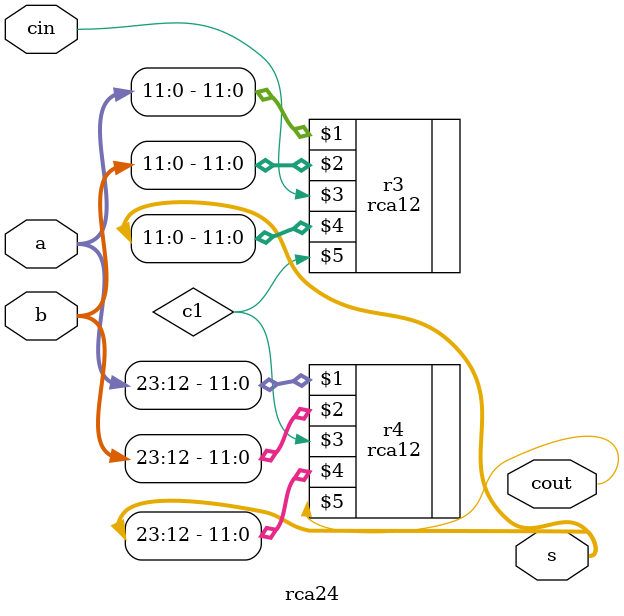
<source format=v>
`timescale 1ns / 1ps

module rca24(a,b,cin,s,cout);
input [23:0]a,b;
input cin;
output [23:0]s;
output cout;
wire c1;
rca12 r3(a[11:0],b[11:0],cin,s[11:0],c1);
rca12 r4(a[23:12],b[23:12],c1,s[23:12],cout);
endmodule

</source>
